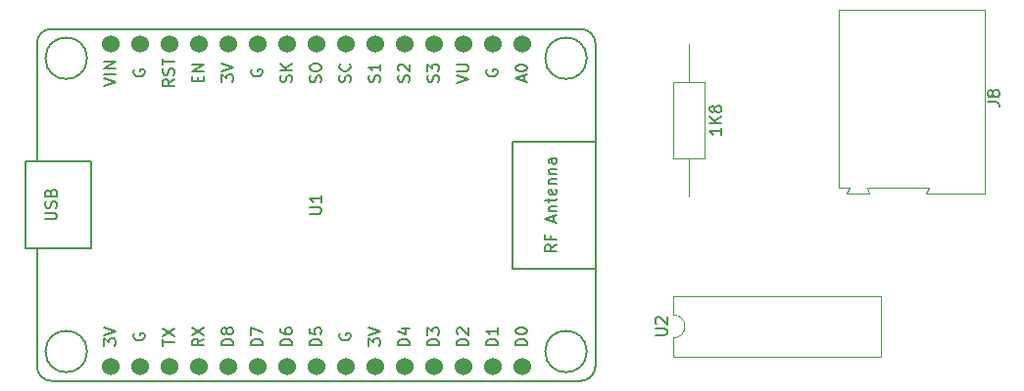
<source format=gbr>
%TF.GenerationSoftware,KiCad,Pcbnew,(6.0.10)*%
%TF.CreationDate,2023-01-27T13:30:17-06:00*%
%TF.ProjectId,H2O-Esquem_tico_JDver2-KiCad,48324f2d-4573-4717-9565-6de17469636f,rev?*%
%TF.SameCoordinates,Original*%
%TF.FileFunction,Legend,Top*%
%TF.FilePolarity,Positive*%
%FSLAX46Y46*%
G04 Gerber Fmt 4.6, Leading zero omitted, Abs format (unit mm)*
G04 Created by KiCad (PCBNEW (6.0.10)) date 2023-01-27 13:30:17*
%MOMM*%
%LPD*%
G01*
G04 APERTURE LIST*
%ADD10C,0.150000*%
%ADD11C,0.120000*%
%ADD12C,1.524000*%
G04 APERTURE END LIST*
D10*
%TO.C,J8*%
X164707380Y-59653333D02*
X165421666Y-59653333D01*
X165564523Y-59700952D01*
X165659761Y-59796190D01*
X165707380Y-59939047D01*
X165707380Y-60034285D01*
X165135952Y-59034285D02*
X165088333Y-59129523D01*
X165040714Y-59177142D01*
X164945476Y-59224761D01*
X164897857Y-59224761D01*
X164802619Y-59177142D01*
X164755000Y-59129523D01*
X164707380Y-59034285D01*
X164707380Y-58843809D01*
X164755000Y-58748571D01*
X164802619Y-58700952D01*
X164897857Y-58653333D01*
X164945476Y-58653333D01*
X165040714Y-58700952D01*
X165088333Y-58748571D01*
X165135952Y-58843809D01*
X165135952Y-59034285D01*
X165183571Y-59129523D01*
X165231190Y-59177142D01*
X165326428Y-59224761D01*
X165516904Y-59224761D01*
X165612142Y-59177142D01*
X165659761Y-59129523D01*
X165707380Y-59034285D01*
X165707380Y-58843809D01*
X165659761Y-58748571D01*
X165612142Y-58700952D01*
X165516904Y-58653333D01*
X165326428Y-58653333D01*
X165231190Y-58700952D01*
X165183571Y-58748571D01*
X165135952Y-58843809D01*
%TO.C,U2*%
X135992380Y-79871904D02*
X136801904Y-79871904D01*
X136897142Y-79824285D01*
X136944761Y-79776666D01*
X136992380Y-79681428D01*
X136992380Y-79490952D01*
X136944761Y-79395714D01*
X136897142Y-79348095D01*
X136801904Y-79300476D01*
X135992380Y-79300476D01*
X136087619Y-78871904D02*
X136040000Y-78824285D01*
X135992380Y-78729047D01*
X135992380Y-78490952D01*
X136040000Y-78395714D01*
X136087619Y-78348095D01*
X136182857Y-78300476D01*
X136278095Y-78300476D01*
X136420952Y-78348095D01*
X136992380Y-78919523D01*
X136992380Y-78300476D01*
%TO.C,U1*%
X106132380Y-69341904D02*
X106941904Y-69341904D01*
X107037142Y-69294285D01*
X107084761Y-69246666D01*
X107132380Y-69151428D01*
X107132380Y-68960952D01*
X107084761Y-68865714D01*
X107037142Y-68818095D01*
X106941904Y-68770476D01*
X106132380Y-68770476D01*
X107132380Y-67770476D02*
X107132380Y-68341904D01*
X107132380Y-68056190D02*
X106132380Y-68056190D01*
X106275238Y-68151428D01*
X106370476Y-68246666D01*
X106418095Y-68341904D01*
X108720000Y-79748095D02*
X108672380Y-79843333D01*
X108672380Y-79986190D01*
X108720000Y-80129047D01*
X108815238Y-80224285D01*
X108910476Y-80271904D01*
X109100952Y-80319523D01*
X109243809Y-80319523D01*
X109434285Y-80271904D01*
X109529523Y-80224285D01*
X109624761Y-80129047D01*
X109672380Y-79986190D01*
X109672380Y-79890952D01*
X109624761Y-79748095D01*
X109577142Y-79700476D01*
X109243809Y-79700476D01*
X109243809Y-79890952D01*
X94432380Y-57697619D02*
X93956190Y-58030952D01*
X94432380Y-58269047D02*
X93432380Y-58269047D01*
X93432380Y-57888095D01*
X93480000Y-57792857D01*
X93527619Y-57745238D01*
X93622857Y-57697619D01*
X93765714Y-57697619D01*
X93860952Y-57745238D01*
X93908571Y-57792857D01*
X93956190Y-57888095D01*
X93956190Y-58269047D01*
X94384761Y-57316666D02*
X94432380Y-57173809D01*
X94432380Y-56935714D01*
X94384761Y-56840476D01*
X94337142Y-56792857D01*
X94241904Y-56745238D01*
X94146666Y-56745238D01*
X94051428Y-56792857D01*
X94003809Y-56840476D01*
X93956190Y-56935714D01*
X93908571Y-57126190D01*
X93860952Y-57221428D01*
X93813333Y-57269047D01*
X93718095Y-57316666D01*
X93622857Y-57316666D01*
X93527619Y-57269047D01*
X93480000Y-57221428D01*
X93432380Y-57126190D01*
X93432380Y-56888095D01*
X93480000Y-56745238D01*
X93432380Y-56459523D02*
X93432380Y-55888095D01*
X94432380Y-56173809D02*
X93432380Y-56173809D01*
X104544761Y-57935714D02*
X104592380Y-57792857D01*
X104592380Y-57554761D01*
X104544761Y-57459523D01*
X104497142Y-57411904D01*
X104401904Y-57364285D01*
X104306666Y-57364285D01*
X104211428Y-57411904D01*
X104163809Y-57459523D01*
X104116190Y-57554761D01*
X104068571Y-57745238D01*
X104020952Y-57840476D01*
X103973333Y-57888095D01*
X103878095Y-57935714D01*
X103782857Y-57935714D01*
X103687619Y-57888095D01*
X103640000Y-57840476D01*
X103592380Y-57745238D01*
X103592380Y-57507142D01*
X103640000Y-57364285D01*
X104592380Y-56935714D02*
X103592380Y-56935714D01*
X104592380Y-56364285D02*
X104020952Y-56792857D01*
X103592380Y-56364285D02*
X104163809Y-56935714D01*
X107084761Y-57959523D02*
X107132380Y-57816666D01*
X107132380Y-57578571D01*
X107084761Y-57483333D01*
X107037142Y-57435714D01*
X106941904Y-57388095D01*
X106846666Y-57388095D01*
X106751428Y-57435714D01*
X106703809Y-57483333D01*
X106656190Y-57578571D01*
X106608571Y-57769047D01*
X106560952Y-57864285D01*
X106513333Y-57911904D01*
X106418095Y-57959523D01*
X106322857Y-57959523D01*
X106227619Y-57911904D01*
X106180000Y-57864285D01*
X106132380Y-57769047D01*
X106132380Y-57530952D01*
X106180000Y-57388095D01*
X106132380Y-56769047D02*
X106132380Y-56578571D01*
X106180000Y-56483333D01*
X106275238Y-56388095D01*
X106465714Y-56340476D01*
X106799047Y-56340476D01*
X106989523Y-56388095D01*
X107084761Y-56483333D01*
X107132380Y-56578571D01*
X107132380Y-56769047D01*
X107084761Y-56864285D01*
X106989523Y-56959523D01*
X106799047Y-57007142D01*
X106465714Y-57007142D01*
X106275238Y-56959523D01*
X106180000Y-56864285D01*
X106132380Y-56769047D01*
X127452380Y-72032380D02*
X126976190Y-72365714D01*
X127452380Y-72603809D02*
X126452380Y-72603809D01*
X126452380Y-72222857D01*
X126500000Y-72127619D01*
X126547619Y-72080000D01*
X126642857Y-72032380D01*
X126785714Y-72032380D01*
X126880952Y-72080000D01*
X126928571Y-72127619D01*
X126976190Y-72222857D01*
X126976190Y-72603809D01*
X126928571Y-71270476D02*
X126928571Y-71603809D01*
X127452380Y-71603809D02*
X126452380Y-71603809D01*
X126452380Y-71127619D01*
X127166666Y-70032380D02*
X127166666Y-69556190D01*
X127452380Y-70127619D02*
X126452380Y-69794285D01*
X127452380Y-69460952D01*
X126785714Y-69127619D02*
X127452380Y-69127619D01*
X126880952Y-69127619D02*
X126833333Y-69080000D01*
X126785714Y-68984761D01*
X126785714Y-68841904D01*
X126833333Y-68746666D01*
X126928571Y-68699047D01*
X127452380Y-68699047D01*
X126785714Y-68365714D02*
X126785714Y-67984761D01*
X126452380Y-68222857D02*
X127309523Y-68222857D01*
X127404761Y-68175238D01*
X127452380Y-68080000D01*
X127452380Y-67984761D01*
X127404761Y-67270476D02*
X127452380Y-67365714D01*
X127452380Y-67556190D01*
X127404761Y-67651428D01*
X127309523Y-67699047D01*
X126928571Y-67699047D01*
X126833333Y-67651428D01*
X126785714Y-67556190D01*
X126785714Y-67365714D01*
X126833333Y-67270476D01*
X126928571Y-67222857D01*
X127023809Y-67222857D01*
X127119047Y-67699047D01*
X126785714Y-66794285D02*
X127452380Y-66794285D01*
X126880952Y-66794285D02*
X126833333Y-66746666D01*
X126785714Y-66651428D01*
X126785714Y-66508571D01*
X126833333Y-66413333D01*
X126928571Y-66365714D01*
X127452380Y-66365714D01*
X126785714Y-65889523D02*
X127452380Y-65889523D01*
X126880952Y-65889523D02*
X126833333Y-65841904D01*
X126785714Y-65746666D01*
X126785714Y-65603809D01*
X126833333Y-65508571D01*
X126928571Y-65460952D01*
X127452380Y-65460952D01*
X127452380Y-64556190D02*
X126928571Y-64556190D01*
X126833333Y-64603809D01*
X126785714Y-64699047D01*
X126785714Y-64889523D01*
X126833333Y-64984761D01*
X127404761Y-64556190D02*
X127452380Y-64651428D01*
X127452380Y-64889523D01*
X127404761Y-64984761D01*
X127309523Y-65032380D01*
X127214285Y-65032380D01*
X127119047Y-64984761D01*
X127071428Y-64889523D01*
X127071428Y-64651428D01*
X127023809Y-64556190D01*
X104592380Y-80748095D02*
X103592380Y-80748095D01*
X103592380Y-80510000D01*
X103640000Y-80367142D01*
X103735238Y-80271904D01*
X103830476Y-80224285D01*
X104020952Y-80176666D01*
X104163809Y-80176666D01*
X104354285Y-80224285D01*
X104449523Y-80271904D01*
X104544761Y-80367142D01*
X104592380Y-80510000D01*
X104592380Y-80748095D01*
X103592380Y-79319523D02*
X103592380Y-79510000D01*
X103640000Y-79605238D01*
X103687619Y-79652857D01*
X103830476Y-79748095D01*
X104020952Y-79795714D01*
X104401904Y-79795714D01*
X104497142Y-79748095D01*
X104544761Y-79700476D01*
X104592380Y-79605238D01*
X104592380Y-79414761D01*
X104544761Y-79319523D01*
X104497142Y-79271904D01*
X104401904Y-79224285D01*
X104163809Y-79224285D01*
X104068571Y-79271904D01*
X104020952Y-79319523D01*
X103973333Y-79414761D01*
X103973333Y-79605238D01*
X104020952Y-79700476D01*
X104068571Y-79748095D01*
X104163809Y-79795714D01*
X124626666Y-57864285D02*
X124626666Y-57388095D01*
X124912380Y-57959523D02*
X123912380Y-57626190D01*
X124912380Y-57292857D01*
X123912380Y-56769047D02*
X123912380Y-56673809D01*
X123960000Y-56578571D01*
X124007619Y-56530952D01*
X124102857Y-56483333D01*
X124293333Y-56435714D01*
X124531428Y-56435714D01*
X124721904Y-56483333D01*
X124817142Y-56530952D01*
X124864761Y-56578571D01*
X124912380Y-56673809D01*
X124912380Y-56769047D01*
X124864761Y-56864285D01*
X124817142Y-56911904D01*
X124721904Y-56959523D01*
X124531428Y-57007142D01*
X124293333Y-57007142D01*
X124102857Y-56959523D01*
X124007619Y-56911904D01*
X123960000Y-56864285D01*
X123912380Y-56769047D01*
X90940000Y-79748095D02*
X90892380Y-79843333D01*
X90892380Y-79986190D01*
X90940000Y-80129047D01*
X91035238Y-80224285D01*
X91130476Y-80271904D01*
X91320952Y-80319523D01*
X91463809Y-80319523D01*
X91654285Y-80271904D01*
X91749523Y-80224285D01*
X91844761Y-80129047D01*
X91892380Y-79986190D01*
X91892380Y-79890952D01*
X91844761Y-79748095D01*
X91797142Y-79700476D01*
X91463809Y-79700476D01*
X91463809Y-79890952D01*
X101100000Y-56888095D02*
X101052380Y-56983333D01*
X101052380Y-57126190D01*
X101100000Y-57269047D01*
X101195238Y-57364285D01*
X101290476Y-57411904D01*
X101480952Y-57459523D01*
X101623809Y-57459523D01*
X101814285Y-57411904D01*
X101909523Y-57364285D01*
X102004761Y-57269047D01*
X102052380Y-57126190D01*
X102052380Y-57030952D01*
X102004761Y-56888095D01*
X101957142Y-56840476D01*
X101623809Y-56840476D01*
X101623809Y-57030952D01*
X90940000Y-56888095D02*
X90892380Y-56983333D01*
X90892380Y-57126190D01*
X90940000Y-57269047D01*
X91035238Y-57364285D01*
X91130476Y-57411904D01*
X91320952Y-57459523D01*
X91463809Y-57459523D01*
X91654285Y-57411904D01*
X91749523Y-57364285D01*
X91844761Y-57269047D01*
X91892380Y-57126190D01*
X91892380Y-57030952D01*
X91844761Y-56888095D01*
X91797142Y-56840476D01*
X91463809Y-56840476D01*
X91463809Y-57030952D01*
X114704761Y-57911904D02*
X114752380Y-57769047D01*
X114752380Y-57530952D01*
X114704761Y-57435714D01*
X114657142Y-57388095D01*
X114561904Y-57340476D01*
X114466666Y-57340476D01*
X114371428Y-57388095D01*
X114323809Y-57435714D01*
X114276190Y-57530952D01*
X114228571Y-57721428D01*
X114180952Y-57816666D01*
X114133333Y-57864285D01*
X114038095Y-57911904D01*
X113942857Y-57911904D01*
X113847619Y-57864285D01*
X113800000Y-57816666D01*
X113752380Y-57721428D01*
X113752380Y-57483333D01*
X113800000Y-57340476D01*
X113847619Y-56959523D02*
X113800000Y-56911904D01*
X113752380Y-56816666D01*
X113752380Y-56578571D01*
X113800000Y-56483333D01*
X113847619Y-56435714D01*
X113942857Y-56388095D01*
X114038095Y-56388095D01*
X114180952Y-56435714D01*
X114752380Y-57007142D01*
X114752380Y-56388095D01*
X98512380Y-57911904D02*
X98512380Y-57292857D01*
X98893333Y-57626190D01*
X98893333Y-57483333D01*
X98940952Y-57388095D01*
X98988571Y-57340476D01*
X99083809Y-57292857D01*
X99321904Y-57292857D01*
X99417142Y-57340476D01*
X99464761Y-57388095D01*
X99512380Y-57483333D01*
X99512380Y-57769047D01*
X99464761Y-57864285D01*
X99417142Y-57911904D01*
X98512380Y-57007142D02*
X99512380Y-56673809D01*
X98512380Y-56340476D01*
X96448571Y-57888095D02*
X96448571Y-57554761D01*
X96972380Y-57411904D02*
X96972380Y-57888095D01*
X95972380Y-57888095D01*
X95972380Y-57411904D01*
X96972380Y-56983333D02*
X95972380Y-56983333D01*
X96972380Y-56411904D01*
X95972380Y-56411904D01*
X96972380Y-80176666D02*
X96496190Y-80510000D01*
X96972380Y-80748095D02*
X95972380Y-80748095D01*
X95972380Y-80367142D01*
X96020000Y-80271904D01*
X96067619Y-80224285D01*
X96162857Y-80176666D01*
X96305714Y-80176666D01*
X96400952Y-80224285D01*
X96448571Y-80271904D01*
X96496190Y-80367142D01*
X96496190Y-80748095D01*
X95972380Y-79843333D02*
X96972380Y-79176666D01*
X95972380Y-79176666D02*
X96972380Y-79843333D01*
X118832380Y-58007142D02*
X119832380Y-57673809D01*
X118832380Y-57340476D01*
X118832380Y-57007142D02*
X119641904Y-57007142D01*
X119737142Y-56959523D01*
X119784761Y-56911904D01*
X119832380Y-56816666D01*
X119832380Y-56626190D01*
X119784761Y-56530952D01*
X119737142Y-56483333D01*
X119641904Y-56435714D01*
X118832380Y-56435714D01*
X111212380Y-80771904D02*
X111212380Y-80152857D01*
X111593333Y-80486190D01*
X111593333Y-80343333D01*
X111640952Y-80248095D01*
X111688571Y-80200476D01*
X111783809Y-80152857D01*
X112021904Y-80152857D01*
X112117142Y-80200476D01*
X112164761Y-80248095D01*
X112212380Y-80343333D01*
X112212380Y-80629047D01*
X112164761Y-80724285D01*
X112117142Y-80771904D01*
X111212380Y-79867142D02*
X112212380Y-79533809D01*
X111212380Y-79200476D01*
X88352380Y-58245238D02*
X89352380Y-57911904D01*
X88352380Y-57578571D01*
X89352380Y-57245238D02*
X88352380Y-57245238D01*
X89352380Y-56769047D02*
X88352380Y-56769047D01*
X89352380Y-56197619D01*
X88352380Y-56197619D01*
X122372380Y-80748095D02*
X121372380Y-80748095D01*
X121372380Y-80510000D01*
X121420000Y-80367142D01*
X121515238Y-80271904D01*
X121610476Y-80224285D01*
X121800952Y-80176666D01*
X121943809Y-80176666D01*
X122134285Y-80224285D01*
X122229523Y-80271904D01*
X122324761Y-80367142D01*
X122372380Y-80510000D01*
X122372380Y-80748095D01*
X122372380Y-79224285D02*
X122372380Y-79795714D01*
X122372380Y-79510000D02*
X121372380Y-79510000D01*
X121515238Y-79605238D01*
X121610476Y-79700476D01*
X121658095Y-79795714D01*
X124912380Y-80748095D02*
X123912380Y-80748095D01*
X123912380Y-80510000D01*
X123960000Y-80367142D01*
X124055238Y-80271904D01*
X124150476Y-80224285D01*
X124340952Y-80176666D01*
X124483809Y-80176666D01*
X124674285Y-80224285D01*
X124769523Y-80271904D01*
X124864761Y-80367142D01*
X124912380Y-80510000D01*
X124912380Y-80748095D01*
X123912380Y-79557619D02*
X123912380Y-79462380D01*
X123960000Y-79367142D01*
X124007619Y-79319523D01*
X124102857Y-79271904D01*
X124293333Y-79224285D01*
X124531428Y-79224285D01*
X124721904Y-79271904D01*
X124817142Y-79319523D01*
X124864761Y-79367142D01*
X124912380Y-79462380D01*
X124912380Y-79557619D01*
X124864761Y-79652857D01*
X124817142Y-79700476D01*
X124721904Y-79748095D01*
X124531428Y-79795714D01*
X124293333Y-79795714D01*
X124102857Y-79748095D01*
X124007619Y-79700476D01*
X123960000Y-79652857D01*
X123912380Y-79557619D01*
X117292380Y-80748095D02*
X116292380Y-80748095D01*
X116292380Y-80510000D01*
X116340000Y-80367142D01*
X116435238Y-80271904D01*
X116530476Y-80224285D01*
X116720952Y-80176666D01*
X116863809Y-80176666D01*
X117054285Y-80224285D01*
X117149523Y-80271904D01*
X117244761Y-80367142D01*
X117292380Y-80510000D01*
X117292380Y-80748095D01*
X116292380Y-79843333D02*
X116292380Y-79224285D01*
X116673333Y-79557619D01*
X116673333Y-79414761D01*
X116720952Y-79319523D01*
X116768571Y-79271904D01*
X116863809Y-79224285D01*
X117101904Y-79224285D01*
X117197142Y-79271904D01*
X117244761Y-79319523D01*
X117292380Y-79414761D01*
X117292380Y-79700476D01*
X117244761Y-79795714D01*
X117197142Y-79843333D01*
X93432380Y-80771904D02*
X93432380Y-80200476D01*
X94432380Y-80486190D02*
X93432380Y-80486190D01*
X93432380Y-79962380D02*
X94432380Y-79295714D01*
X93432380Y-79295714D02*
X94432380Y-79962380D01*
X121420000Y-56888095D02*
X121372380Y-56983333D01*
X121372380Y-57126190D01*
X121420000Y-57269047D01*
X121515238Y-57364285D01*
X121610476Y-57411904D01*
X121800952Y-57459523D01*
X121943809Y-57459523D01*
X122134285Y-57411904D01*
X122229523Y-57364285D01*
X122324761Y-57269047D01*
X122372380Y-57126190D01*
X122372380Y-57030952D01*
X122324761Y-56888095D01*
X122277142Y-56840476D01*
X121943809Y-56840476D01*
X121943809Y-57030952D01*
X99512380Y-80748095D02*
X98512380Y-80748095D01*
X98512380Y-80510000D01*
X98560000Y-80367142D01*
X98655238Y-80271904D01*
X98750476Y-80224285D01*
X98940952Y-80176666D01*
X99083809Y-80176666D01*
X99274285Y-80224285D01*
X99369523Y-80271904D01*
X99464761Y-80367142D01*
X99512380Y-80510000D01*
X99512380Y-80748095D01*
X98940952Y-79605238D02*
X98893333Y-79700476D01*
X98845714Y-79748095D01*
X98750476Y-79795714D01*
X98702857Y-79795714D01*
X98607619Y-79748095D01*
X98560000Y-79700476D01*
X98512380Y-79605238D01*
X98512380Y-79414761D01*
X98560000Y-79319523D01*
X98607619Y-79271904D01*
X98702857Y-79224285D01*
X98750476Y-79224285D01*
X98845714Y-79271904D01*
X98893333Y-79319523D01*
X98940952Y-79414761D01*
X98940952Y-79605238D01*
X98988571Y-79700476D01*
X99036190Y-79748095D01*
X99131428Y-79795714D01*
X99321904Y-79795714D01*
X99417142Y-79748095D01*
X99464761Y-79700476D01*
X99512380Y-79605238D01*
X99512380Y-79414761D01*
X99464761Y-79319523D01*
X99417142Y-79271904D01*
X99321904Y-79224285D01*
X99131428Y-79224285D01*
X99036190Y-79271904D01*
X98988571Y-79319523D01*
X98940952Y-79414761D01*
X88352380Y-80771904D02*
X88352380Y-80152857D01*
X88733333Y-80486190D01*
X88733333Y-80343333D01*
X88780952Y-80248095D01*
X88828571Y-80200476D01*
X88923809Y-80152857D01*
X89161904Y-80152857D01*
X89257142Y-80200476D01*
X89304761Y-80248095D01*
X89352380Y-80343333D01*
X89352380Y-80629047D01*
X89304761Y-80724285D01*
X89257142Y-80771904D01*
X88352380Y-79867142D02*
X89352380Y-79533809D01*
X88352380Y-79200476D01*
X102052380Y-80748095D02*
X101052380Y-80748095D01*
X101052380Y-80510000D01*
X101100000Y-80367142D01*
X101195238Y-80271904D01*
X101290476Y-80224285D01*
X101480952Y-80176666D01*
X101623809Y-80176666D01*
X101814285Y-80224285D01*
X101909523Y-80271904D01*
X102004761Y-80367142D01*
X102052380Y-80510000D01*
X102052380Y-80748095D01*
X101052380Y-79843333D02*
X101052380Y-79176666D01*
X102052380Y-79605238D01*
X109624761Y-57935714D02*
X109672380Y-57792857D01*
X109672380Y-57554761D01*
X109624761Y-57459523D01*
X109577142Y-57411904D01*
X109481904Y-57364285D01*
X109386666Y-57364285D01*
X109291428Y-57411904D01*
X109243809Y-57459523D01*
X109196190Y-57554761D01*
X109148571Y-57745238D01*
X109100952Y-57840476D01*
X109053333Y-57888095D01*
X108958095Y-57935714D01*
X108862857Y-57935714D01*
X108767619Y-57888095D01*
X108720000Y-57840476D01*
X108672380Y-57745238D01*
X108672380Y-57507142D01*
X108720000Y-57364285D01*
X109577142Y-56364285D02*
X109624761Y-56411904D01*
X109672380Y-56554761D01*
X109672380Y-56650000D01*
X109624761Y-56792857D01*
X109529523Y-56888095D01*
X109434285Y-56935714D01*
X109243809Y-56983333D01*
X109100952Y-56983333D01*
X108910476Y-56935714D01*
X108815238Y-56888095D01*
X108720000Y-56792857D01*
X108672380Y-56650000D01*
X108672380Y-56554761D01*
X108720000Y-56411904D01*
X108767619Y-56364285D01*
X114752380Y-80748095D02*
X113752380Y-80748095D01*
X113752380Y-80510000D01*
X113800000Y-80367142D01*
X113895238Y-80271904D01*
X113990476Y-80224285D01*
X114180952Y-80176666D01*
X114323809Y-80176666D01*
X114514285Y-80224285D01*
X114609523Y-80271904D01*
X114704761Y-80367142D01*
X114752380Y-80510000D01*
X114752380Y-80748095D01*
X114085714Y-79319523D02*
X114752380Y-79319523D01*
X113704761Y-79557619D02*
X114419047Y-79795714D01*
X114419047Y-79176666D01*
X83272380Y-69841904D02*
X84081904Y-69841904D01*
X84177142Y-69794285D01*
X84224761Y-69746666D01*
X84272380Y-69651428D01*
X84272380Y-69460952D01*
X84224761Y-69365714D01*
X84177142Y-69318095D01*
X84081904Y-69270476D01*
X83272380Y-69270476D01*
X84224761Y-68841904D02*
X84272380Y-68699047D01*
X84272380Y-68460952D01*
X84224761Y-68365714D01*
X84177142Y-68318095D01*
X84081904Y-68270476D01*
X83986666Y-68270476D01*
X83891428Y-68318095D01*
X83843809Y-68365714D01*
X83796190Y-68460952D01*
X83748571Y-68651428D01*
X83700952Y-68746666D01*
X83653333Y-68794285D01*
X83558095Y-68841904D01*
X83462857Y-68841904D01*
X83367619Y-68794285D01*
X83320000Y-68746666D01*
X83272380Y-68651428D01*
X83272380Y-68413333D01*
X83320000Y-68270476D01*
X83748571Y-67508571D02*
X83796190Y-67365714D01*
X83843809Y-67318095D01*
X83939047Y-67270476D01*
X84081904Y-67270476D01*
X84177142Y-67318095D01*
X84224761Y-67365714D01*
X84272380Y-67460952D01*
X84272380Y-67841904D01*
X83272380Y-67841904D01*
X83272380Y-67508571D01*
X83320000Y-67413333D01*
X83367619Y-67365714D01*
X83462857Y-67318095D01*
X83558095Y-67318095D01*
X83653333Y-67365714D01*
X83700952Y-67413333D01*
X83748571Y-67508571D01*
X83748571Y-67841904D01*
X112164761Y-57911904D02*
X112212380Y-57769047D01*
X112212380Y-57530952D01*
X112164761Y-57435714D01*
X112117142Y-57388095D01*
X112021904Y-57340476D01*
X111926666Y-57340476D01*
X111831428Y-57388095D01*
X111783809Y-57435714D01*
X111736190Y-57530952D01*
X111688571Y-57721428D01*
X111640952Y-57816666D01*
X111593333Y-57864285D01*
X111498095Y-57911904D01*
X111402857Y-57911904D01*
X111307619Y-57864285D01*
X111260000Y-57816666D01*
X111212380Y-57721428D01*
X111212380Y-57483333D01*
X111260000Y-57340476D01*
X112212380Y-56388095D02*
X112212380Y-56959523D01*
X112212380Y-56673809D02*
X111212380Y-56673809D01*
X111355238Y-56769047D01*
X111450476Y-56864285D01*
X111498095Y-56959523D01*
X107132380Y-80748095D02*
X106132380Y-80748095D01*
X106132380Y-80510000D01*
X106180000Y-80367142D01*
X106275238Y-80271904D01*
X106370476Y-80224285D01*
X106560952Y-80176666D01*
X106703809Y-80176666D01*
X106894285Y-80224285D01*
X106989523Y-80271904D01*
X107084761Y-80367142D01*
X107132380Y-80510000D01*
X107132380Y-80748095D01*
X106132380Y-79271904D02*
X106132380Y-79748095D01*
X106608571Y-79795714D01*
X106560952Y-79748095D01*
X106513333Y-79652857D01*
X106513333Y-79414761D01*
X106560952Y-79319523D01*
X106608571Y-79271904D01*
X106703809Y-79224285D01*
X106941904Y-79224285D01*
X107037142Y-79271904D01*
X107084761Y-79319523D01*
X107132380Y-79414761D01*
X107132380Y-79652857D01*
X107084761Y-79748095D01*
X107037142Y-79795714D01*
X117244761Y-57911904D02*
X117292380Y-57769047D01*
X117292380Y-57530952D01*
X117244761Y-57435714D01*
X117197142Y-57388095D01*
X117101904Y-57340476D01*
X117006666Y-57340476D01*
X116911428Y-57388095D01*
X116863809Y-57435714D01*
X116816190Y-57530952D01*
X116768571Y-57721428D01*
X116720952Y-57816666D01*
X116673333Y-57864285D01*
X116578095Y-57911904D01*
X116482857Y-57911904D01*
X116387619Y-57864285D01*
X116340000Y-57816666D01*
X116292380Y-57721428D01*
X116292380Y-57483333D01*
X116340000Y-57340476D01*
X116292380Y-57007142D02*
X116292380Y-56388095D01*
X116673333Y-56721428D01*
X116673333Y-56578571D01*
X116720952Y-56483333D01*
X116768571Y-56435714D01*
X116863809Y-56388095D01*
X117101904Y-56388095D01*
X117197142Y-56435714D01*
X117244761Y-56483333D01*
X117292380Y-56578571D01*
X117292380Y-56864285D01*
X117244761Y-56959523D01*
X117197142Y-57007142D01*
X119832380Y-80748095D02*
X118832380Y-80748095D01*
X118832380Y-80510000D01*
X118880000Y-80367142D01*
X118975238Y-80271904D01*
X119070476Y-80224285D01*
X119260952Y-80176666D01*
X119403809Y-80176666D01*
X119594285Y-80224285D01*
X119689523Y-80271904D01*
X119784761Y-80367142D01*
X119832380Y-80510000D01*
X119832380Y-80748095D01*
X118927619Y-79795714D02*
X118880000Y-79748095D01*
X118832380Y-79652857D01*
X118832380Y-79414761D01*
X118880000Y-79319523D01*
X118927619Y-79271904D01*
X119022857Y-79224285D01*
X119118095Y-79224285D01*
X119260952Y-79271904D01*
X119832380Y-79843333D01*
X119832380Y-79224285D01*
%TO.C,1K8*%
X141697380Y-61930476D02*
X141697380Y-62501904D01*
X141697380Y-62216190D02*
X140697380Y-62216190D01*
X140840238Y-62311428D01*
X140935476Y-62406666D01*
X140983095Y-62501904D01*
X141697380Y-61501904D02*
X140697380Y-61501904D01*
X141697380Y-60930476D02*
X141125952Y-61359047D01*
X140697380Y-60930476D02*
X141268809Y-61501904D01*
X141125952Y-60359047D02*
X141078333Y-60454285D01*
X141030714Y-60501904D01*
X140935476Y-60549523D01*
X140887857Y-60549523D01*
X140792619Y-60501904D01*
X140745000Y-60454285D01*
X140697380Y-60359047D01*
X140697380Y-60168571D01*
X140745000Y-60073333D01*
X140792619Y-60025714D01*
X140887857Y-59978095D01*
X140935476Y-59978095D01*
X141030714Y-60025714D01*
X141078333Y-60073333D01*
X141125952Y-60168571D01*
X141125952Y-60359047D01*
X141173571Y-60454285D01*
X141221190Y-60501904D01*
X141316428Y-60549523D01*
X141506904Y-60549523D01*
X141602142Y-60501904D01*
X141649761Y-60454285D01*
X141697380Y-60359047D01*
X141697380Y-60168571D01*
X141649761Y-60073333D01*
X141602142Y-60025714D01*
X141506904Y-59978095D01*
X141316428Y-59978095D01*
X141221190Y-60025714D01*
X141173571Y-60073333D01*
X141125952Y-60168571D01*
D11*
%TO.C,J8*%
X151855000Y-67070000D02*
X152805000Y-67070000D01*
X152505000Y-67570000D02*
X154505000Y-67570000D01*
X151855000Y-51670000D02*
X151855000Y-67070000D01*
X164455000Y-51670000D02*
X151855000Y-51670000D01*
X164455000Y-67570000D02*
X164455000Y-51670000D01*
X152805000Y-67070000D02*
X152505000Y-67570000D01*
X154255000Y-67070000D02*
X159655000Y-67070000D01*
X154505000Y-67570000D02*
X154255000Y-67070000D01*
X159405000Y-67570000D02*
X164455000Y-67570000D01*
X159655000Y-67070000D02*
X159405000Y-67570000D01*
%TO.C,U2*%
X155440000Y-76460000D02*
X137540000Y-76460000D01*
X137540000Y-80110000D02*
X137540000Y-81760000D01*
X137540000Y-81760000D02*
X155440000Y-81760000D01*
X137540000Y-76460000D02*
X137540000Y-78110000D01*
X155440000Y-81760000D02*
X155440000Y-76460000D01*
X137540000Y-80110000D02*
G75*
G03*
X137540000Y-78110000I0J1000000D01*
G01*
D10*
%TO.C,U1*%
X87280000Y-64780000D02*
X87280000Y-72380000D01*
X123680000Y-74080000D02*
X123680000Y-63080000D01*
X123680000Y-63080000D02*
X130810000Y-63080000D01*
X130810000Y-74080000D02*
X123680000Y-74080000D01*
X130810000Y-82550000D02*
X130810000Y-54610000D01*
X81550000Y-64780000D02*
X87280000Y-64780000D01*
X82550000Y-64780000D02*
X82550000Y-54610000D01*
X129540000Y-53340000D02*
X83820000Y-53340000D01*
X82550000Y-82560000D02*
X82550000Y-72390000D01*
X129540000Y-83820000D02*
X83820000Y-83820000D01*
X87280000Y-72380000D02*
X81550000Y-72380000D01*
X81550000Y-72380000D02*
X81550000Y-64780000D01*
X129540000Y-83820000D02*
G75*
G03*
X130810000Y-82550000I0J1270000D01*
G01*
X83820000Y-53340000D02*
G75*
G03*
X82550000Y-54610000I-1J-1269999D01*
G01*
X82550000Y-82550000D02*
G75*
G03*
X83820000Y-83820000I1270000J0D01*
G01*
X130810000Y-54610000D02*
G75*
G03*
X129540000Y-53340000I-1269999J1D01*
G01*
X86886051Y-55880000D02*
G75*
G03*
X86886051Y-55880000I-1796051J0D01*
G01*
X86886051Y-81280000D02*
G75*
G03*
X86886051Y-81280000I-1796051J0D01*
G01*
X130066051Y-81280000D02*
G75*
G03*
X130066051Y-81280000I-1796051J0D01*
G01*
X130066051Y-55880000D02*
G75*
G03*
X130066051Y-55880000I-1796051J0D01*
G01*
D11*
%TO.C,1K8*%
X140245000Y-57970000D02*
X137505000Y-57970000D01*
X138875000Y-67820000D02*
X138875000Y-64510000D01*
X137505000Y-57970000D02*
X137505000Y-64510000D01*
X140245000Y-64510000D02*
X140245000Y-57970000D01*
X137505000Y-64510000D02*
X140245000Y-64510000D01*
X138875000Y-54660000D02*
X138875000Y-57970000D01*
%TD*%
D12*
%TO.C,U1*%
X124460000Y-54610000D03*
X121920000Y-54610000D03*
X119380000Y-54610000D03*
X116840000Y-54610000D03*
X114300000Y-54610000D03*
X111760000Y-54610000D03*
X109220000Y-54610000D03*
X106680000Y-54610000D03*
X104140000Y-54610000D03*
X101600000Y-54610000D03*
X99060000Y-54610000D03*
X96520000Y-54610000D03*
X93980000Y-54610000D03*
X91440000Y-54610000D03*
X88900000Y-54610000D03*
X88900000Y-82550000D03*
X91440000Y-82550000D03*
X93980000Y-82550000D03*
X96520000Y-82550000D03*
X99060000Y-82550000D03*
X101600000Y-82550000D03*
X104140000Y-82550000D03*
X106680000Y-82550000D03*
X109220000Y-82550000D03*
X111760000Y-82550000D03*
X114300000Y-82550000D03*
X116840000Y-82550000D03*
X119380000Y-82550000D03*
X121920000Y-82550000D03*
X124460000Y-82550000D03*
%TD*%
M02*

</source>
